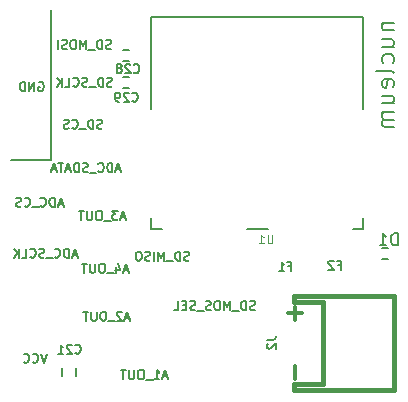
<source format=gbr>
G04 #@! TF.FileFunction,Legend,Bot*
%FSLAX46Y46*%
G04 Gerber Fmt 4.6, Leading zero omitted, Abs format (unit mm)*
G04 Created by KiCad (PCBNEW 4.0.0-stable) date Thursday, June 23, 2016 'AMt' 11:02:30 AM*
%MOMM*%
G01*
G04 APERTURE LIST*
%ADD10C,0.100000*%
%ADD11C,0.127000*%
%ADD12C,0.200000*%
%ADD13C,0.150000*%
%ADD14C,0.381000*%
%ADD15C,0.304800*%
%ADD16C,0.091440*%
G04 APERTURE END LIST*
D10*
D11*
X89789000Y-167984714D02*
X89535000Y-168746714D01*
X89281000Y-167984714D01*
X88591571Y-168674143D02*
X88627857Y-168710429D01*
X88736714Y-168746714D01*
X88809285Y-168746714D01*
X88918142Y-168710429D01*
X88990714Y-168637857D01*
X89026999Y-168565286D01*
X89063285Y-168420143D01*
X89063285Y-168311286D01*
X89026999Y-168166143D01*
X88990714Y-168093571D01*
X88918142Y-168021000D01*
X88809285Y-167984714D01*
X88736714Y-167984714D01*
X88627857Y-168021000D01*
X88591571Y-168057286D01*
X87829571Y-168674143D02*
X87865857Y-168710429D01*
X87974714Y-168746714D01*
X88047285Y-168746714D01*
X88156142Y-168710429D01*
X88228714Y-168637857D01*
X88264999Y-168565286D01*
X88301285Y-168420143D01*
X88301285Y-168311286D01*
X88264999Y-168166143D01*
X88228714Y-168093571D01*
X88156142Y-168021000D01*
X88047285Y-167984714D01*
X87974714Y-167984714D01*
X87865857Y-168021000D01*
X87829571Y-168057286D01*
X110235999Y-160600571D02*
X110489999Y-160600571D01*
X110489999Y-160999714D02*
X110489999Y-160237714D01*
X110127142Y-160237714D01*
X109437714Y-160999714D02*
X109873142Y-160999714D01*
X109655428Y-160999714D02*
X109655428Y-160237714D01*
X109727999Y-160346571D01*
X109800571Y-160419143D01*
X109873142Y-160455429D01*
X114426999Y-160473571D02*
X114680999Y-160473571D01*
X114680999Y-160872714D02*
X114680999Y-160110714D01*
X114318142Y-160110714D01*
X114064142Y-160183286D02*
X114027856Y-160147000D01*
X113955285Y-160110714D01*
X113773856Y-160110714D01*
X113701285Y-160147000D01*
X113664999Y-160183286D01*
X113628714Y-160255857D01*
X113628714Y-160328429D01*
X113664999Y-160437286D01*
X114100428Y-160872714D01*
X113628714Y-160872714D01*
X107405713Y-164265429D02*
X107296856Y-164301714D01*
X107115427Y-164301714D01*
X107042856Y-164265429D01*
X107006570Y-164229143D01*
X106970285Y-164156571D01*
X106970285Y-164084000D01*
X107006570Y-164011429D01*
X107042856Y-163975143D01*
X107115427Y-163938857D01*
X107260570Y-163902571D01*
X107333142Y-163866286D01*
X107369427Y-163830000D01*
X107405713Y-163757429D01*
X107405713Y-163684857D01*
X107369427Y-163612286D01*
X107333142Y-163576000D01*
X107260570Y-163539714D01*
X107079142Y-163539714D01*
X106970285Y-163576000D01*
X106643713Y-164301714D02*
X106643713Y-163539714D01*
X106462285Y-163539714D01*
X106353428Y-163576000D01*
X106280856Y-163648571D01*
X106244571Y-163721143D01*
X106208285Y-163866286D01*
X106208285Y-163975143D01*
X106244571Y-164120286D01*
X106280856Y-164192857D01*
X106353428Y-164265429D01*
X106462285Y-164301714D01*
X106643713Y-164301714D01*
X106063142Y-164374286D02*
X105482571Y-164374286D01*
X105301142Y-164301714D02*
X105301142Y-163539714D01*
X105047142Y-164084000D01*
X104793142Y-163539714D01*
X104793142Y-164301714D01*
X104285143Y-163539714D02*
X104140000Y-163539714D01*
X104067428Y-163576000D01*
X103994857Y-163648571D01*
X103958571Y-163793714D01*
X103958571Y-164047714D01*
X103994857Y-164192857D01*
X104067428Y-164265429D01*
X104140000Y-164301714D01*
X104285143Y-164301714D01*
X104357714Y-164265429D01*
X104430285Y-164192857D01*
X104466571Y-164047714D01*
X104466571Y-163793714D01*
X104430285Y-163648571D01*
X104357714Y-163576000D01*
X104285143Y-163539714D01*
X103668285Y-164265429D02*
X103559428Y-164301714D01*
X103377999Y-164301714D01*
X103305428Y-164265429D01*
X103269142Y-164229143D01*
X103232857Y-164156571D01*
X103232857Y-164084000D01*
X103269142Y-164011429D01*
X103305428Y-163975143D01*
X103377999Y-163938857D01*
X103523142Y-163902571D01*
X103595714Y-163866286D01*
X103631999Y-163830000D01*
X103668285Y-163757429D01*
X103668285Y-163684857D01*
X103631999Y-163612286D01*
X103595714Y-163576000D01*
X103523142Y-163539714D01*
X103341714Y-163539714D01*
X103232857Y-163576000D01*
X103087714Y-164374286D02*
X102507143Y-164374286D01*
X102362000Y-164265429D02*
X102253143Y-164301714D01*
X102071714Y-164301714D01*
X101999143Y-164265429D01*
X101962857Y-164229143D01*
X101926572Y-164156571D01*
X101926572Y-164084000D01*
X101962857Y-164011429D01*
X101999143Y-163975143D01*
X102071714Y-163938857D01*
X102216857Y-163902571D01*
X102289429Y-163866286D01*
X102325714Y-163830000D01*
X102362000Y-163757429D01*
X102362000Y-163684857D01*
X102325714Y-163612286D01*
X102289429Y-163576000D01*
X102216857Y-163539714D01*
X102035429Y-163539714D01*
X101926572Y-163576000D01*
X101600000Y-163902571D02*
X101346000Y-163902571D01*
X101237143Y-164301714D02*
X101600000Y-164301714D01*
X101600000Y-163539714D01*
X101237143Y-163539714D01*
X100547714Y-164301714D02*
X100910571Y-164301714D01*
X100910571Y-163539714D01*
X101835856Y-160074429D02*
X101726999Y-160110714D01*
X101545570Y-160110714D01*
X101472999Y-160074429D01*
X101436713Y-160038143D01*
X101400428Y-159965571D01*
X101400428Y-159893000D01*
X101436713Y-159820429D01*
X101472999Y-159784143D01*
X101545570Y-159747857D01*
X101690713Y-159711571D01*
X101763285Y-159675286D01*
X101799570Y-159639000D01*
X101835856Y-159566429D01*
X101835856Y-159493857D01*
X101799570Y-159421286D01*
X101763285Y-159385000D01*
X101690713Y-159348714D01*
X101509285Y-159348714D01*
X101400428Y-159385000D01*
X101073856Y-160110714D02*
X101073856Y-159348714D01*
X100892428Y-159348714D01*
X100783571Y-159385000D01*
X100710999Y-159457571D01*
X100674714Y-159530143D01*
X100638428Y-159675286D01*
X100638428Y-159784143D01*
X100674714Y-159929286D01*
X100710999Y-160001857D01*
X100783571Y-160074429D01*
X100892428Y-160110714D01*
X101073856Y-160110714D01*
X100493285Y-160183286D02*
X99912714Y-160183286D01*
X99731285Y-160110714D02*
X99731285Y-159348714D01*
X99477285Y-159893000D01*
X99223285Y-159348714D01*
X99223285Y-160110714D01*
X98860428Y-160110714D02*
X98860428Y-159348714D01*
X98533857Y-160074429D02*
X98425000Y-160110714D01*
X98243571Y-160110714D01*
X98171000Y-160074429D01*
X98134714Y-160038143D01*
X98098429Y-159965571D01*
X98098429Y-159893000D01*
X98134714Y-159820429D01*
X98171000Y-159784143D01*
X98243571Y-159747857D01*
X98388714Y-159711571D01*
X98461286Y-159675286D01*
X98497571Y-159639000D01*
X98533857Y-159566429D01*
X98533857Y-159493857D01*
X98497571Y-159421286D01*
X98461286Y-159385000D01*
X98388714Y-159348714D01*
X98207286Y-159348714D01*
X98098429Y-159385000D01*
X97626715Y-159348714D02*
X97481572Y-159348714D01*
X97409000Y-159385000D01*
X97336429Y-159457571D01*
X97300143Y-159602714D01*
X97300143Y-159856714D01*
X97336429Y-160001857D01*
X97409000Y-160074429D01*
X97481572Y-160110714D01*
X97626715Y-160110714D01*
X97699286Y-160074429D01*
X97771857Y-160001857D01*
X97808143Y-159856714D01*
X97808143Y-159602714D01*
X97771857Y-159457571D01*
X97699286Y-159385000D01*
X97626715Y-159348714D01*
X99967142Y-169926000D02*
X99604285Y-169926000D01*
X100039714Y-170143714D02*
X99785714Y-169381714D01*
X99531714Y-170143714D01*
X98878571Y-170143714D02*
X99313999Y-170143714D01*
X99096285Y-170143714D02*
X99096285Y-169381714D01*
X99168856Y-169490571D01*
X99241428Y-169563143D01*
X99313999Y-169599429D01*
X98733428Y-170216286D02*
X98152857Y-170216286D01*
X97826286Y-169381714D02*
X97681143Y-169381714D01*
X97608571Y-169418000D01*
X97536000Y-169490571D01*
X97499714Y-169635714D01*
X97499714Y-169889714D01*
X97536000Y-170034857D01*
X97608571Y-170107429D01*
X97681143Y-170143714D01*
X97826286Y-170143714D01*
X97898857Y-170107429D01*
X97971428Y-170034857D01*
X98007714Y-169889714D01*
X98007714Y-169635714D01*
X97971428Y-169490571D01*
X97898857Y-169418000D01*
X97826286Y-169381714D01*
X97173142Y-169381714D02*
X97173142Y-169998571D01*
X97136857Y-170071143D01*
X97100571Y-170107429D01*
X97028000Y-170143714D01*
X96882857Y-170143714D01*
X96810285Y-170107429D01*
X96774000Y-170071143D01*
X96737714Y-169998571D01*
X96737714Y-169381714D01*
X96483714Y-169381714D02*
X96048285Y-169381714D01*
X96265999Y-170143714D02*
X96265999Y-169381714D01*
X96792142Y-164973000D02*
X96429285Y-164973000D01*
X96864714Y-165190714D02*
X96610714Y-164428714D01*
X96356714Y-165190714D01*
X96138999Y-164501286D02*
X96102713Y-164465000D01*
X96030142Y-164428714D01*
X95848713Y-164428714D01*
X95776142Y-164465000D01*
X95739856Y-164501286D01*
X95703571Y-164573857D01*
X95703571Y-164646429D01*
X95739856Y-164755286D01*
X96175285Y-165190714D01*
X95703571Y-165190714D01*
X95558428Y-165263286D02*
X94977857Y-165263286D01*
X94651286Y-164428714D02*
X94506143Y-164428714D01*
X94433571Y-164465000D01*
X94361000Y-164537571D01*
X94324714Y-164682714D01*
X94324714Y-164936714D01*
X94361000Y-165081857D01*
X94433571Y-165154429D01*
X94506143Y-165190714D01*
X94651286Y-165190714D01*
X94723857Y-165154429D01*
X94796428Y-165081857D01*
X94832714Y-164936714D01*
X94832714Y-164682714D01*
X94796428Y-164537571D01*
X94723857Y-164465000D01*
X94651286Y-164428714D01*
X93998142Y-164428714D02*
X93998142Y-165045571D01*
X93961857Y-165118143D01*
X93925571Y-165154429D01*
X93853000Y-165190714D01*
X93707857Y-165190714D01*
X93635285Y-165154429D01*
X93599000Y-165118143D01*
X93562714Y-165045571D01*
X93562714Y-164428714D01*
X93308714Y-164428714D02*
X92873285Y-164428714D01*
X93090999Y-165190714D02*
X93090999Y-164428714D01*
X96665142Y-160909000D02*
X96302285Y-160909000D01*
X96737714Y-161126714D02*
X96483714Y-160364714D01*
X96229714Y-161126714D01*
X95649142Y-160618714D02*
X95649142Y-161126714D01*
X95830571Y-160328429D02*
X96011999Y-160872714D01*
X95540285Y-160872714D01*
X95431428Y-161199286D02*
X94850857Y-161199286D01*
X94524286Y-160364714D02*
X94379143Y-160364714D01*
X94306571Y-160401000D01*
X94234000Y-160473571D01*
X94197714Y-160618714D01*
X94197714Y-160872714D01*
X94234000Y-161017857D01*
X94306571Y-161090429D01*
X94379143Y-161126714D01*
X94524286Y-161126714D01*
X94596857Y-161090429D01*
X94669428Y-161017857D01*
X94705714Y-160872714D01*
X94705714Y-160618714D01*
X94669428Y-160473571D01*
X94596857Y-160401000D01*
X94524286Y-160364714D01*
X93871142Y-160364714D02*
X93871142Y-160981571D01*
X93834857Y-161054143D01*
X93798571Y-161090429D01*
X93726000Y-161126714D01*
X93580857Y-161126714D01*
X93508285Y-161090429D01*
X93472000Y-161054143D01*
X93435714Y-160981571D01*
X93435714Y-160364714D01*
X93181714Y-160364714D02*
X92746285Y-160364714D01*
X92963999Y-161126714D02*
X92963999Y-160364714D01*
X96411142Y-156464000D02*
X96048285Y-156464000D01*
X96483714Y-156681714D02*
X96229714Y-155919714D01*
X95975714Y-156681714D01*
X95794285Y-155919714D02*
X95322571Y-155919714D01*
X95576571Y-156210000D01*
X95467713Y-156210000D01*
X95395142Y-156246286D01*
X95358856Y-156282571D01*
X95322571Y-156355143D01*
X95322571Y-156536571D01*
X95358856Y-156609143D01*
X95395142Y-156645429D01*
X95467713Y-156681714D01*
X95685428Y-156681714D01*
X95757999Y-156645429D01*
X95794285Y-156609143D01*
X95177428Y-156754286D02*
X94596857Y-156754286D01*
X94270286Y-155919714D02*
X94125143Y-155919714D01*
X94052571Y-155956000D01*
X93980000Y-156028571D01*
X93943714Y-156173714D01*
X93943714Y-156427714D01*
X93980000Y-156572857D01*
X94052571Y-156645429D01*
X94125143Y-156681714D01*
X94270286Y-156681714D01*
X94342857Y-156645429D01*
X94415428Y-156572857D01*
X94451714Y-156427714D01*
X94451714Y-156173714D01*
X94415428Y-156028571D01*
X94342857Y-155956000D01*
X94270286Y-155919714D01*
X93617142Y-155919714D02*
X93617142Y-156536571D01*
X93580857Y-156609143D01*
X93544571Y-156645429D01*
X93472000Y-156681714D01*
X93326857Y-156681714D01*
X93254285Y-156645429D01*
X93218000Y-156609143D01*
X93181714Y-156536571D01*
X93181714Y-155919714D01*
X92927714Y-155919714D02*
X92492285Y-155919714D01*
X92709999Y-156681714D02*
X92709999Y-155919714D01*
X92328999Y-159639000D02*
X91966142Y-159639000D01*
X92401571Y-159856714D02*
X92147571Y-159094714D01*
X91893571Y-159856714D01*
X91639570Y-159856714D02*
X91639570Y-159094714D01*
X91458142Y-159094714D01*
X91349285Y-159131000D01*
X91276713Y-159203571D01*
X91240428Y-159276143D01*
X91204142Y-159421286D01*
X91204142Y-159530143D01*
X91240428Y-159675286D01*
X91276713Y-159747857D01*
X91349285Y-159820429D01*
X91458142Y-159856714D01*
X91639570Y-159856714D01*
X90442142Y-159784143D02*
X90478428Y-159820429D01*
X90587285Y-159856714D01*
X90659856Y-159856714D01*
X90768713Y-159820429D01*
X90841285Y-159747857D01*
X90877570Y-159675286D01*
X90913856Y-159530143D01*
X90913856Y-159421286D01*
X90877570Y-159276143D01*
X90841285Y-159203571D01*
X90768713Y-159131000D01*
X90659856Y-159094714D01*
X90587285Y-159094714D01*
X90478428Y-159131000D01*
X90442142Y-159167286D01*
X90296999Y-159929286D02*
X89716428Y-159929286D01*
X89571285Y-159820429D02*
X89462428Y-159856714D01*
X89280999Y-159856714D01*
X89208428Y-159820429D01*
X89172142Y-159784143D01*
X89135857Y-159711571D01*
X89135857Y-159639000D01*
X89172142Y-159566429D01*
X89208428Y-159530143D01*
X89280999Y-159493857D01*
X89426142Y-159457571D01*
X89498714Y-159421286D01*
X89534999Y-159385000D01*
X89571285Y-159312429D01*
X89571285Y-159239857D01*
X89534999Y-159167286D01*
X89498714Y-159131000D01*
X89426142Y-159094714D01*
X89244714Y-159094714D01*
X89135857Y-159131000D01*
X88373857Y-159784143D02*
X88410143Y-159820429D01*
X88519000Y-159856714D01*
X88591571Y-159856714D01*
X88700428Y-159820429D01*
X88773000Y-159747857D01*
X88809285Y-159675286D01*
X88845571Y-159530143D01*
X88845571Y-159421286D01*
X88809285Y-159276143D01*
X88773000Y-159203571D01*
X88700428Y-159131000D01*
X88591571Y-159094714D01*
X88519000Y-159094714D01*
X88410143Y-159131000D01*
X88373857Y-159167286D01*
X87684428Y-159856714D02*
X88047285Y-159856714D01*
X88047285Y-159094714D01*
X87430428Y-159856714D02*
X87430428Y-159094714D01*
X86995000Y-159856714D02*
X87321571Y-159421286D01*
X86995000Y-159094714D02*
X87430428Y-159530143D01*
X91131571Y-155321000D02*
X90768714Y-155321000D01*
X91204143Y-155538714D02*
X90950143Y-154776714D01*
X90696143Y-155538714D01*
X90442142Y-155538714D02*
X90442142Y-154776714D01*
X90260714Y-154776714D01*
X90151857Y-154813000D01*
X90079285Y-154885571D01*
X90043000Y-154958143D01*
X90006714Y-155103286D01*
X90006714Y-155212143D01*
X90043000Y-155357286D01*
X90079285Y-155429857D01*
X90151857Y-155502429D01*
X90260714Y-155538714D01*
X90442142Y-155538714D01*
X89244714Y-155466143D02*
X89281000Y-155502429D01*
X89389857Y-155538714D01*
X89462428Y-155538714D01*
X89571285Y-155502429D01*
X89643857Y-155429857D01*
X89680142Y-155357286D01*
X89716428Y-155212143D01*
X89716428Y-155103286D01*
X89680142Y-154958143D01*
X89643857Y-154885571D01*
X89571285Y-154813000D01*
X89462428Y-154776714D01*
X89389857Y-154776714D01*
X89281000Y-154813000D01*
X89244714Y-154849286D01*
X89099571Y-155611286D02*
X88519000Y-155611286D01*
X87902143Y-155466143D02*
X87938429Y-155502429D01*
X88047286Y-155538714D01*
X88119857Y-155538714D01*
X88228714Y-155502429D01*
X88301286Y-155429857D01*
X88337571Y-155357286D01*
X88373857Y-155212143D01*
X88373857Y-155103286D01*
X88337571Y-154958143D01*
X88301286Y-154885571D01*
X88228714Y-154813000D01*
X88119857Y-154776714D01*
X88047286Y-154776714D01*
X87938429Y-154813000D01*
X87902143Y-154849286D01*
X87611857Y-155502429D02*
X87503000Y-155538714D01*
X87321571Y-155538714D01*
X87249000Y-155502429D01*
X87212714Y-155466143D01*
X87176429Y-155393571D01*
X87176429Y-155321000D01*
X87212714Y-155248429D01*
X87249000Y-155212143D01*
X87321571Y-155175857D01*
X87466714Y-155139571D01*
X87539286Y-155103286D01*
X87575571Y-155067000D01*
X87611857Y-154994429D01*
X87611857Y-154921857D01*
X87575571Y-154849286D01*
X87539286Y-154813000D01*
X87466714Y-154776714D01*
X87285286Y-154776714D01*
X87176429Y-154813000D01*
X96011999Y-152400000D02*
X95649142Y-152400000D01*
X96084571Y-152617714D02*
X95830571Y-151855714D01*
X95576571Y-152617714D01*
X95322570Y-152617714D02*
X95322570Y-151855714D01*
X95141142Y-151855714D01*
X95032285Y-151892000D01*
X94959713Y-151964571D01*
X94923428Y-152037143D01*
X94887142Y-152182286D01*
X94887142Y-152291143D01*
X94923428Y-152436286D01*
X94959713Y-152508857D01*
X95032285Y-152581429D01*
X95141142Y-152617714D01*
X95322570Y-152617714D01*
X94125142Y-152545143D02*
X94161428Y-152581429D01*
X94270285Y-152617714D01*
X94342856Y-152617714D01*
X94451713Y-152581429D01*
X94524285Y-152508857D01*
X94560570Y-152436286D01*
X94596856Y-152291143D01*
X94596856Y-152182286D01*
X94560570Y-152037143D01*
X94524285Y-151964571D01*
X94451713Y-151892000D01*
X94342856Y-151855714D01*
X94270285Y-151855714D01*
X94161428Y-151892000D01*
X94125142Y-151928286D01*
X93979999Y-152690286D02*
X93399428Y-152690286D01*
X93254285Y-152581429D02*
X93145428Y-152617714D01*
X92963999Y-152617714D01*
X92891428Y-152581429D01*
X92855142Y-152545143D01*
X92818857Y-152472571D01*
X92818857Y-152400000D01*
X92855142Y-152327429D01*
X92891428Y-152291143D01*
X92963999Y-152254857D01*
X93109142Y-152218571D01*
X93181714Y-152182286D01*
X93217999Y-152146000D01*
X93254285Y-152073429D01*
X93254285Y-152000857D01*
X93217999Y-151928286D01*
X93181714Y-151892000D01*
X93109142Y-151855714D01*
X92927714Y-151855714D01*
X92818857Y-151892000D01*
X92492285Y-152617714D02*
X92492285Y-151855714D01*
X92310857Y-151855714D01*
X92202000Y-151892000D01*
X92129428Y-151964571D01*
X92093143Y-152037143D01*
X92056857Y-152182286D01*
X92056857Y-152291143D01*
X92093143Y-152436286D01*
X92129428Y-152508857D01*
X92202000Y-152581429D01*
X92310857Y-152617714D01*
X92492285Y-152617714D01*
X91766571Y-152400000D02*
X91403714Y-152400000D01*
X91839143Y-152617714D02*
X91585143Y-151855714D01*
X91331143Y-152617714D01*
X91186000Y-151855714D02*
X90750571Y-151855714D01*
X90968285Y-152617714D02*
X90968285Y-151855714D01*
X90532857Y-152400000D02*
X90170000Y-152400000D01*
X90605429Y-152617714D02*
X90351429Y-151855714D01*
X90097429Y-152617714D01*
X94469856Y-148898429D02*
X94360999Y-148934714D01*
X94179570Y-148934714D01*
X94106999Y-148898429D01*
X94070713Y-148862143D01*
X94034428Y-148789571D01*
X94034428Y-148717000D01*
X94070713Y-148644429D01*
X94106999Y-148608143D01*
X94179570Y-148571857D01*
X94324713Y-148535571D01*
X94397285Y-148499286D01*
X94433570Y-148463000D01*
X94469856Y-148390429D01*
X94469856Y-148317857D01*
X94433570Y-148245286D01*
X94397285Y-148209000D01*
X94324713Y-148172714D01*
X94143285Y-148172714D01*
X94034428Y-148209000D01*
X93707856Y-148934714D02*
X93707856Y-148172714D01*
X93526428Y-148172714D01*
X93417571Y-148209000D01*
X93344999Y-148281571D01*
X93308714Y-148354143D01*
X93272428Y-148499286D01*
X93272428Y-148608143D01*
X93308714Y-148753286D01*
X93344999Y-148825857D01*
X93417571Y-148898429D01*
X93526428Y-148934714D01*
X93707856Y-148934714D01*
X93127285Y-149007286D02*
X92546714Y-149007286D01*
X91929857Y-148862143D02*
X91966143Y-148898429D01*
X92075000Y-148934714D01*
X92147571Y-148934714D01*
X92256428Y-148898429D01*
X92329000Y-148825857D01*
X92365285Y-148753286D01*
X92401571Y-148608143D01*
X92401571Y-148499286D01*
X92365285Y-148354143D01*
X92329000Y-148281571D01*
X92256428Y-148209000D01*
X92147571Y-148172714D01*
X92075000Y-148172714D01*
X91966143Y-148209000D01*
X91929857Y-148245286D01*
X91639571Y-148898429D02*
X91530714Y-148934714D01*
X91349285Y-148934714D01*
X91276714Y-148898429D01*
X91240428Y-148862143D01*
X91204143Y-148789571D01*
X91204143Y-148717000D01*
X91240428Y-148644429D01*
X91276714Y-148608143D01*
X91349285Y-148571857D01*
X91494428Y-148535571D01*
X91567000Y-148499286D01*
X91603285Y-148463000D01*
X91639571Y-148390429D01*
X91639571Y-148317857D01*
X91603285Y-148245286D01*
X91567000Y-148209000D01*
X91494428Y-148172714D01*
X91313000Y-148172714D01*
X91204143Y-148209000D01*
X95286285Y-145342429D02*
X95177428Y-145378714D01*
X94995999Y-145378714D01*
X94923428Y-145342429D01*
X94887142Y-145306143D01*
X94850857Y-145233571D01*
X94850857Y-145161000D01*
X94887142Y-145088429D01*
X94923428Y-145052143D01*
X94995999Y-145015857D01*
X95141142Y-144979571D01*
X95213714Y-144943286D01*
X95249999Y-144907000D01*
X95286285Y-144834429D01*
X95286285Y-144761857D01*
X95249999Y-144689286D01*
X95213714Y-144653000D01*
X95141142Y-144616714D01*
X94959714Y-144616714D01*
X94850857Y-144653000D01*
X94524285Y-145378714D02*
X94524285Y-144616714D01*
X94342857Y-144616714D01*
X94234000Y-144653000D01*
X94161428Y-144725571D01*
X94125143Y-144798143D01*
X94088857Y-144943286D01*
X94088857Y-145052143D01*
X94125143Y-145197286D01*
X94161428Y-145269857D01*
X94234000Y-145342429D01*
X94342857Y-145378714D01*
X94524285Y-145378714D01*
X93943714Y-145451286D02*
X93363143Y-145451286D01*
X93218000Y-145342429D02*
X93109143Y-145378714D01*
X92927714Y-145378714D01*
X92855143Y-145342429D01*
X92818857Y-145306143D01*
X92782572Y-145233571D01*
X92782572Y-145161000D01*
X92818857Y-145088429D01*
X92855143Y-145052143D01*
X92927714Y-145015857D01*
X93072857Y-144979571D01*
X93145429Y-144943286D01*
X93181714Y-144907000D01*
X93218000Y-144834429D01*
X93218000Y-144761857D01*
X93181714Y-144689286D01*
X93145429Y-144653000D01*
X93072857Y-144616714D01*
X92891429Y-144616714D01*
X92782572Y-144653000D01*
X92020572Y-145306143D02*
X92056858Y-145342429D01*
X92165715Y-145378714D01*
X92238286Y-145378714D01*
X92347143Y-145342429D01*
X92419715Y-145269857D01*
X92456000Y-145197286D01*
X92492286Y-145052143D01*
X92492286Y-144943286D01*
X92456000Y-144798143D01*
X92419715Y-144725571D01*
X92347143Y-144653000D01*
X92238286Y-144616714D01*
X92165715Y-144616714D01*
X92056858Y-144653000D01*
X92020572Y-144689286D01*
X91331143Y-145378714D02*
X91694000Y-145378714D01*
X91694000Y-144616714D01*
X91077143Y-145378714D02*
X91077143Y-144616714D01*
X90641715Y-145378714D02*
X90968286Y-144943286D01*
X90641715Y-144616714D02*
X91077143Y-145052143D01*
X95231856Y-142167429D02*
X95122999Y-142203714D01*
X94941570Y-142203714D01*
X94868999Y-142167429D01*
X94832713Y-142131143D01*
X94796428Y-142058571D01*
X94796428Y-141986000D01*
X94832713Y-141913429D01*
X94868999Y-141877143D01*
X94941570Y-141840857D01*
X95086713Y-141804571D01*
X95159285Y-141768286D01*
X95195570Y-141732000D01*
X95231856Y-141659429D01*
X95231856Y-141586857D01*
X95195570Y-141514286D01*
X95159285Y-141478000D01*
X95086713Y-141441714D01*
X94905285Y-141441714D01*
X94796428Y-141478000D01*
X94469856Y-142203714D02*
X94469856Y-141441714D01*
X94288428Y-141441714D01*
X94179571Y-141478000D01*
X94106999Y-141550571D01*
X94070714Y-141623143D01*
X94034428Y-141768286D01*
X94034428Y-141877143D01*
X94070714Y-142022286D01*
X94106999Y-142094857D01*
X94179571Y-142167429D01*
X94288428Y-142203714D01*
X94469856Y-142203714D01*
X93889285Y-142276286D02*
X93308714Y-142276286D01*
X93127285Y-142203714D02*
X93127285Y-141441714D01*
X92873285Y-141986000D01*
X92619285Y-141441714D01*
X92619285Y-142203714D01*
X92111286Y-141441714D02*
X91966143Y-141441714D01*
X91893571Y-141478000D01*
X91821000Y-141550571D01*
X91784714Y-141695714D01*
X91784714Y-141949714D01*
X91821000Y-142094857D01*
X91893571Y-142167429D01*
X91966143Y-142203714D01*
X92111286Y-142203714D01*
X92183857Y-142167429D01*
X92256428Y-142094857D01*
X92292714Y-141949714D01*
X92292714Y-141695714D01*
X92256428Y-141550571D01*
X92183857Y-141478000D01*
X92111286Y-141441714D01*
X91494428Y-142167429D02*
X91385571Y-142203714D01*
X91204142Y-142203714D01*
X91131571Y-142167429D01*
X91095285Y-142131143D01*
X91059000Y-142058571D01*
X91059000Y-141986000D01*
X91095285Y-141913429D01*
X91131571Y-141877143D01*
X91204142Y-141840857D01*
X91349285Y-141804571D01*
X91421857Y-141768286D01*
X91458142Y-141732000D01*
X91494428Y-141659429D01*
X91494428Y-141586857D01*
X91458142Y-141514286D01*
X91421857Y-141478000D01*
X91349285Y-141441714D01*
X91167857Y-141441714D01*
X91059000Y-141478000D01*
X90732428Y-142203714D02*
X90732428Y-141441714D01*
D12*
X90170000Y-151638000D02*
X90170000Y-138938000D01*
X86741000Y-151638000D02*
X90170000Y-151638000D01*
D11*
X89099572Y-145034000D02*
X89172143Y-144997714D01*
X89281000Y-144997714D01*
X89389857Y-145034000D01*
X89462429Y-145106571D01*
X89498714Y-145179143D01*
X89535000Y-145324286D01*
X89535000Y-145433143D01*
X89498714Y-145578286D01*
X89462429Y-145650857D01*
X89389857Y-145723429D01*
X89281000Y-145759714D01*
X89208429Y-145759714D01*
X89099572Y-145723429D01*
X89063286Y-145687143D01*
X89063286Y-145433143D01*
X89208429Y-145433143D01*
X88736714Y-145759714D02*
X88736714Y-144997714D01*
X88301286Y-145759714D01*
X88301286Y-144997714D01*
X87938428Y-145759714D02*
X87938428Y-144997714D01*
X87757000Y-144997714D01*
X87648143Y-145034000D01*
X87575571Y-145106571D01*
X87539286Y-145179143D01*
X87503000Y-145324286D01*
X87503000Y-145433143D01*
X87539286Y-145578286D01*
X87575571Y-145650857D01*
X87648143Y-145723429D01*
X87757000Y-145759714D01*
X87938428Y-145759714D01*
D13*
X92294000Y-169895000D02*
X92294000Y-169195000D01*
X91094000Y-169195000D02*
X91094000Y-169895000D01*
D14*
X119174260Y-163085780D02*
X119174260Y-171086780D01*
X119174260Y-171086780D02*
X110675420Y-171086780D01*
X110675420Y-171086780D02*
X110675420Y-170586400D01*
X110675420Y-170586400D02*
X113174780Y-170586400D01*
X113174780Y-170586400D02*
X113174780Y-163586160D01*
X113174780Y-163586160D02*
X110675420Y-163586160D01*
X110675420Y-163586160D02*
X110675420Y-163085780D01*
X110675420Y-163085780D02*
X119174260Y-163085780D01*
D13*
X118199000Y-159037000D02*
X118699000Y-159037000D01*
X118699000Y-159987000D02*
X118199000Y-159987000D01*
X96770000Y-143223000D02*
X96270000Y-143223000D01*
X96270000Y-142273000D02*
X96770000Y-142273000D01*
X96770000Y-145509000D02*
X96270000Y-145509000D01*
X96270000Y-144559000D02*
X96770000Y-144559000D01*
D11*
X116582900Y-139490200D02*
X98625100Y-139490200D01*
X98625100Y-139490200D02*
X98625100Y-147301844D01*
X98625100Y-157448000D02*
X98625100Y-156550109D01*
X116582900Y-157448000D02*
X116582900Y-156550109D01*
X116582900Y-139490200D02*
X116582900Y-147301844D01*
X106706109Y-157448000D02*
X108501891Y-157448000D01*
X98625100Y-157448000D02*
X99522991Y-157448000D01*
X116582900Y-157448000D02*
X115685009Y-157448000D01*
D13*
X92183857Y-167912143D02*
X92220143Y-167948429D01*
X92329000Y-167984714D01*
X92401571Y-167984714D01*
X92510428Y-167948429D01*
X92583000Y-167875857D01*
X92619285Y-167803286D01*
X92655571Y-167658143D01*
X92655571Y-167549286D01*
X92619285Y-167404143D01*
X92583000Y-167331571D01*
X92510428Y-167259000D01*
X92401571Y-167222714D01*
X92329000Y-167222714D01*
X92220143Y-167259000D01*
X92183857Y-167295286D01*
X91893571Y-167295286D02*
X91857285Y-167259000D01*
X91784714Y-167222714D01*
X91603285Y-167222714D01*
X91530714Y-167259000D01*
X91494428Y-167295286D01*
X91458143Y-167367857D01*
X91458143Y-167440429D01*
X91494428Y-167549286D01*
X91929857Y-167984714D01*
X91458143Y-167984714D01*
X90732429Y-167984714D02*
X91167857Y-167984714D01*
X90950143Y-167984714D02*
X90950143Y-167222714D01*
X91022714Y-167331571D01*
X91095286Y-167404143D01*
X91167857Y-167440429D01*
D11*
X108406974Y-166822281D02*
X108951260Y-166822281D01*
X109060117Y-166785995D01*
X109132689Y-166713424D01*
X109168974Y-166604567D01*
X109168974Y-166531995D01*
X108479546Y-167148852D02*
X108443260Y-167185138D01*
X108406974Y-167257709D01*
X108406974Y-167439138D01*
X108443260Y-167511709D01*
X108479546Y-167547995D01*
X108552117Y-167584280D01*
X108624689Y-167584280D01*
X108733546Y-167547995D01*
X109168974Y-167112566D01*
X109168974Y-167584280D01*
D15*
X110784277Y-169005069D02*
X110784277Y-170166212D01*
X110784277Y-164006349D02*
X110784277Y-165167492D01*
X111364849Y-164586921D02*
X110203706Y-164586921D01*
D13*
X119483095Y-158821381D02*
X119483095Y-157821381D01*
X119245000Y-157821381D01*
X119102142Y-157869000D01*
X119006904Y-157964238D01*
X118959285Y-158059476D01*
X118911666Y-158249952D01*
X118911666Y-158392810D01*
X118959285Y-158583286D01*
X119006904Y-158678524D01*
X119102142Y-158773762D01*
X119245000Y-158821381D01*
X119483095Y-158821381D01*
X117959285Y-158821381D02*
X118530714Y-158821381D01*
X118245000Y-158821381D02*
X118245000Y-157821381D01*
X118340238Y-157964238D01*
X118435476Y-158059476D01*
X118530714Y-158107095D01*
X97136857Y-144163143D02*
X97173143Y-144199429D01*
X97282000Y-144235714D01*
X97354571Y-144235714D01*
X97463428Y-144199429D01*
X97536000Y-144126857D01*
X97572285Y-144054286D01*
X97608571Y-143909143D01*
X97608571Y-143800286D01*
X97572285Y-143655143D01*
X97536000Y-143582571D01*
X97463428Y-143510000D01*
X97354571Y-143473714D01*
X97282000Y-143473714D01*
X97173143Y-143510000D01*
X97136857Y-143546286D01*
X96846571Y-143546286D02*
X96810285Y-143510000D01*
X96737714Y-143473714D01*
X96556285Y-143473714D01*
X96483714Y-143510000D01*
X96447428Y-143546286D01*
X96411143Y-143618857D01*
X96411143Y-143691429D01*
X96447428Y-143800286D01*
X96882857Y-144235714D01*
X96411143Y-144235714D01*
X95975714Y-143800286D02*
X96048286Y-143764000D01*
X96084571Y-143727714D01*
X96120857Y-143655143D01*
X96120857Y-143618857D01*
X96084571Y-143546286D01*
X96048286Y-143510000D01*
X95975714Y-143473714D01*
X95830571Y-143473714D01*
X95758000Y-143510000D01*
X95721714Y-143546286D01*
X95685429Y-143618857D01*
X95685429Y-143655143D01*
X95721714Y-143727714D01*
X95758000Y-143764000D01*
X95830571Y-143800286D01*
X95975714Y-143800286D01*
X96048286Y-143836571D01*
X96084571Y-143872857D01*
X96120857Y-143945429D01*
X96120857Y-144090571D01*
X96084571Y-144163143D01*
X96048286Y-144199429D01*
X95975714Y-144235714D01*
X95830571Y-144235714D01*
X95758000Y-144199429D01*
X95721714Y-144163143D01*
X95685429Y-144090571D01*
X95685429Y-143945429D01*
X95721714Y-143872857D01*
X95758000Y-143836571D01*
X95830571Y-143800286D01*
X97009857Y-146576143D02*
X97046143Y-146612429D01*
X97155000Y-146648714D01*
X97227571Y-146648714D01*
X97336428Y-146612429D01*
X97409000Y-146539857D01*
X97445285Y-146467286D01*
X97481571Y-146322143D01*
X97481571Y-146213286D01*
X97445285Y-146068143D01*
X97409000Y-145995571D01*
X97336428Y-145923000D01*
X97227571Y-145886714D01*
X97155000Y-145886714D01*
X97046143Y-145923000D01*
X97009857Y-145959286D01*
X96719571Y-145959286D02*
X96683285Y-145923000D01*
X96610714Y-145886714D01*
X96429285Y-145886714D01*
X96356714Y-145923000D01*
X96320428Y-145959286D01*
X96284143Y-146031857D01*
X96284143Y-146104429D01*
X96320428Y-146213286D01*
X96755857Y-146648714D01*
X96284143Y-146648714D01*
X95921286Y-146648714D02*
X95776143Y-146648714D01*
X95703571Y-146612429D01*
X95667286Y-146576143D01*
X95594714Y-146467286D01*
X95558429Y-146322143D01*
X95558429Y-146031857D01*
X95594714Y-145959286D01*
X95631000Y-145923000D01*
X95703571Y-145886714D01*
X95848714Y-145886714D01*
X95921286Y-145923000D01*
X95957571Y-145959286D01*
X95993857Y-146031857D01*
X95993857Y-146213286D01*
X95957571Y-146285857D01*
X95921286Y-146322143D01*
X95848714Y-146358429D01*
X95703571Y-146358429D01*
X95631000Y-146322143D01*
X95594714Y-146285857D01*
X95558429Y-146213286D01*
D16*
X108879443Y-157913529D02*
X108879443Y-158499543D01*
X108844971Y-158568486D01*
X108810500Y-158602957D01*
X108741557Y-158637429D01*
X108603671Y-158637429D01*
X108534729Y-158602957D01*
X108500257Y-158568486D01*
X108465786Y-158499543D01*
X108465786Y-157913529D01*
X107741886Y-158637429D02*
X108155543Y-158637429D01*
X107948715Y-158637429D02*
X107948715Y-157913529D01*
X108017658Y-158016943D01*
X108086600Y-158085886D01*
X108155543Y-158120357D01*
D13*
X118164429Y-139972143D02*
X119180429Y-139972143D01*
X118309571Y-139972143D02*
X118237000Y-140044715D01*
X118164429Y-140189857D01*
X118164429Y-140407572D01*
X118237000Y-140552715D01*
X118382143Y-140625286D01*
X119180429Y-140625286D01*
X118164429Y-142004143D02*
X119180429Y-142004143D01*
X118164429Y-141351000D02*
X118962714Y-141351000D01*
X119107857Y-141423572D01*
X119180429Y-141568714D01*
X119180429Y-141786429D01*
X119107857Y-141931572D01*
X119035286Y-142004143D01*
X119107857Y-143383000D02*
X119180429Y-143237857D01*
X119180429Y-142947571D01*
X119107857Y-142802429D01*
X119035286Y-142729857D01*
X118890143Y-142657286D01*
X118454714Y-142657286D01*
X118309571Y-142729857D01*
X118237000Y-142802429D01*
X118164429Y-142947571D01*
X118164429Y-143237857D01*
X118237000Y-143383000D01*
X119180429Y-144253857D02*
X119107857Y-144108715D01*
X118962714Y-144036143D01*
X117656429Y-144036143D01*
X119107857Y-145415001D02*
X119180429Y-145269858D01*
X119180429Y-144979572D01*
X119107857Y-144834429D01*
X118962714Y-144761858D01*
X118382143Y-144761858D01*
X118237000Y-144834429D01*
X118164429Y-144979572D01*
X118164429Y-145269858D01*
X118237000Y-145415001D01*
X118382143Y-145487572D01*
X118527286Y-145487572D01*
X118672429Y-144761858D01*
X118164429Y-146793858D02*
X119180429Y-146793858D01*
X118164429Y-146140715D02*
X118962714Y-146140715D01*
X119107857Y-146213287D01*
X119180429Y-146358429D01*
X119180429Y-146576144D01*
X119107857Y-146721287D01*
X119035286Y-146793858D01*
X119180429Y-147519572D02*
X118164429Y-147519572D01*
X118309571Y-147519572D02*
X118237000Y-147592144D01*
X118164429Y-147737286D01*
X118164429Y-147955001D01*
X118237000Y-148100144D01*
X118382143Y-148172715D01*
X119180429Y-148172715D01*
X118382143Y-148172715D02*
X118237000Y-148245286D01*
X118164429Y-148390429D01*
X118164429Y-148608144D01*
X118237000Y-148753286D01*
X118382143Y-148825858D01*
X119180429Y-148825858D01*
M02*

</source>
